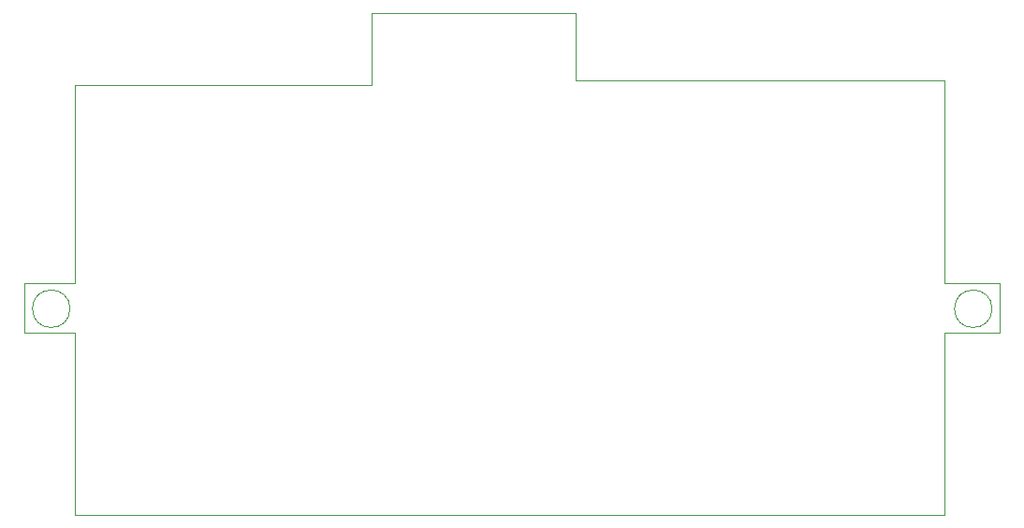
<source format=gbr>
%TF.GenerationSoftware,KiCad,Pcbnew,9.0.2*%
%TF.CreationDate,2025-07-30T22:52:36+05:30*%
%TF.ProjectId,VoidLens VR PCB,566f6964-4c65-46e7-9320-565220504342,rev?*%
%TF.SameCoordinates,Original*%
%TF.FileFunction,Profile,NP*%
%FSLAX46Y46*%
G04 Gerber Fmt 4.6, Leading zero omitted, Abs format (unit mm)*
G04 Created by KiCad (PCBNEW 9.0.2) date 2025-07-30 22:52:36*
%MOMM*%
%LPD*%
G01*
G04 APERTURE LIST*
%TA.AperFunction,Profile*%
%ADD10C,0.050000*%
%TD*%
G04 APERTURE END LIST*
D10*
X154400000Y-82100000D02*
X154400000Y-76000000D01*
X192800000Y-100500000D02*
X192800000Y-105000000D01*
X136000000Y-82400000D02*
X136000000Y-76000000D01*
X136000000Y-82400000D02*
X136000000Y-82500000D01*
X104600000Y-105000000D02*
X109100000Y-105000000D01*
X153400000Y-76000000D02*
X153200000Y-76000000D01*
X187800000Y-120900000D02*
X187800000Y-121500000D01*
X108700000Y-102800000D02*
G75*
G02*
X105300000Y-102800000I-1700000J0D01*
G01*
X105300000Y-102800000D02*
G75*
G02*
X108700000Y-102800000I1700000J0D01*
G01*
X187800000Y-82100000D02*
X187800000Y-100500000D01*
X109100000Y-121100000D02*
X109100000Y-121500000D01*
X154400000Y-76000000D02*
X153400000Y-76000000D01*
X187800000Y-100500000D02*
X192800000Y-100500000D01*
X109100000Y-82500000D02*
X109100000Y-100500000D01*
X109100000Y-100500000D02*
X104600000Y-100500000D01*
X109100000Y-105000000D02*
X109100000Y-121100000D01*
X154400000Y-82100000D02*
X187800000Y-82100000D01*
X109100000Y-82500000D02*
X134200000Y-82500000D01*
X104600000Y-100500000D02*
X104600000Y-105000000D01*
X187800000Y-105000000D02*
X187800000Y-120900000D01*
X192100000Y-102800000D02*
G75*
G02*
X188700000Y-102800000I-1700000J0D01*
G01*
X188700000Y-102800000D02*
G75*
G02*
X192100000Y-102800000I1700000J0D01*
G01*
X109100000Y-121500000D02*
X187800000Y-121500000D01*
X136000000Y-82500000D02*
X134200000Y-82500000D01*
X192800000Y-105000000D02*
X187800000Y-105000000D01*
X136500000Y-76000000D02*
X136000000Y-76000000D01*
X136500000Y-76000000D02*
X153200000Y-76000000D01*
M02*

</source>
